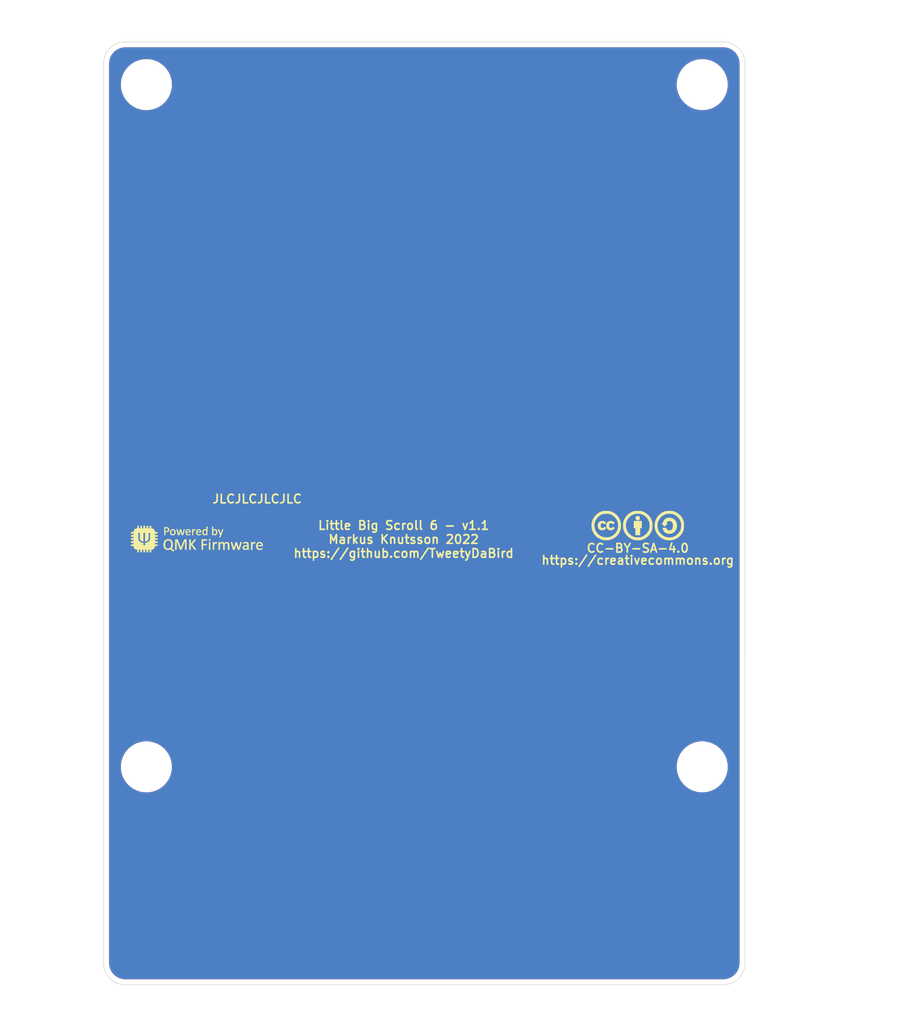
<source format=kicad_pcb>
(kicad_pcb (version 20211014) (generator pcbnew)
  (title_block (title "Little Big Scroll 6 - Rear Plate") (date "2022-08-26") (rev "v1.1") (company "Tweety's Wild Thinking") (comment 1 "Markus Knutsson <markus.knutsson@tweety.se>") (comment 2 "https://github.com/TweetyDaBird") (comment 3 "Licensed under Creative Commons BY-SA 4.0 International "))
  (layers (0 "F.Cu" signal) (31 "B.Cu" signal) (34 "B.Paste" user) (35 "F.Paste" user) (36 "B.SilkS" user "B.Silkscreen") (37 "F.SilkS" user "F.Silkscreen") (38 "B.Mask" user) (39 "F.Mask" user) (44 "Edge.Cuts" user))
  (net 0 "")
  (footprint "Keyboard Switches & Encoders:Spacer PCB hole" (layer "F.Cu") (at 84.6 112.685)
    (fp_text reference "H1" hide)
    (fp_text value "Spacer_PCB" hide)
    (pad "" np_thru_hole circle (at 0 0) (size 3.7 3.7) (drill 3.7) (layers *.Cu *.Mask))
  )
  (footprint "Keyboard Switches & Encoders:Spacer PCB hole" (layer "F.Cu") (at 135.94 112.685)
    (fp_text reference "H2" hide)
    (fp_text value "Spacer_PCB" hide)
    (pad "" np_thru_hole circle (at 0 0) (size 3.7 3.7) (drill 3.7) (layers *.Cu *.Mask))
  )
  (footprint "Keyboard Switches & Encoders:Spacer PCB hole" (layer "F.Cu") (at 135.94 49.73)
    (fp_text reference "H3" hide)
    (fp_text value "Spacer_PCB" hide)
    (pad "" np_thru_hole circle (at 0 0) (size 3.7 3.7) (drill 3.7) (layers *.Cu *.Mask))
  )
  (footprint "Keyboard Switches & Encoders:Spacer PCB hole" (layer "F.Cu") (at 84.6 49.73)
    (fp_text reference "H4" hide)
    (fp_text value "Spacer_PCB" hide)
    (pad "" np_thru_hole circle (at 0 0) (size 3.7 3.7) (drill 3.7) (layers *.Cu *.Mask))
  )
  (footprint "Logotypes:Powered_by_QMK" (layer "F.Cu") (at 89.29 91.65)
    (fp_text reference "Logo2" hide)
    (fp_text value "QMK_Logo" hide)
  )
  (footprint "Logotypes:CC_BY_SA_40" (layer "F.Cu") (at 130.026958 91.345945)
    (fp_text reference "Logo1" hide)
    (fp_text value "CC-BY-SA-4.0" (at -0.041555 1.16) (layer "F.SilkS") (effects (font (size 0.8 0.8))))
    (fp_text user "https://creativecommons.org" (at -0.041555 2.27) (layer "F.SilkS") (effects (font (size 0.8 0.8))))
  )
  (gr_arc (start 80.65 47.780399) (mid 81.235903 46.365903) (end 82.650399 45.78) (layer "Edge.Cuts") (width 0.05))
  (gr_arc (start 82.650399 132.790399) (mid 81.235903 132.204496) (end 80.65 130.79) (layer "Edge.Cuts") (width 0.05))
  (gr_arc (start 137.89 45.78) (mid 139.304496 46.365903) (end 139.890399 47.780399) (layer "Edge.Cuts") (width 0.05))
  (gr_line (start 139.890399 47.780399) (end 139.89 130.789601) (layer "Edge.Cuts") (width 0.05))
  (gr_line (start 82.650399 45.78) (end 137.89 45.78) (layer "Edge.Cuts") (width 0.05))
  (gr_line (start 80.65 130.79) (end 80.65 47.780399) (layer "Edge.Cuts") (width 0.05))
  (gr_arc (start 139.89 130.789601) (mid 139.304097 132.204097) (end 137.889601 132.79) (layer "Edge.Cuts") (width 0.05))
  (gr_line (start 137.889601 132.79) (end 82.650399 132.790399) (layer "Edge.Cuts") (width 0.05))
  (gr_text "Little Big Scroll 6 - v1.1\nMarkus Knutsson 2022\nhttps://github.com/TweetyDaBird" (at 108.361388 91.69) (layer "F.SilkS") (effects (font (size 0.8 0.8))))
  (gr_text "JLCJLCJLCJLC" (at 94.83 87.96) (layer "F.SilkS") (effects (font (size 0.8 0.8))))
  (zone (net 0) (net_name "") (layer "F.Cu") (connect_pads (clearance 0.508)) (min_thickness 0.254) (fill yes (thermal_gap 0.508) (thermal_bridge_width 0.508))
    (polygon (pts (xy 156.15 136.45) (xy 71.08 136.45) (xy 71.08 41.92) (xy 156.15 41.92)))
  )
  (zone (net 0) (net_name "") (layer "B.Cu") (connect_pads (clearance 0.508)) (min_thickness 0.254) (fill yes (thermal_gap 0.508) (thermal_bridge_width 0.508))
    (polygon (pts (xy 156.15 136.45) (xy 71.08 136.45) (xy 71.08 41.92) (xy 156.15 41.92)))
  )
)
</source>
